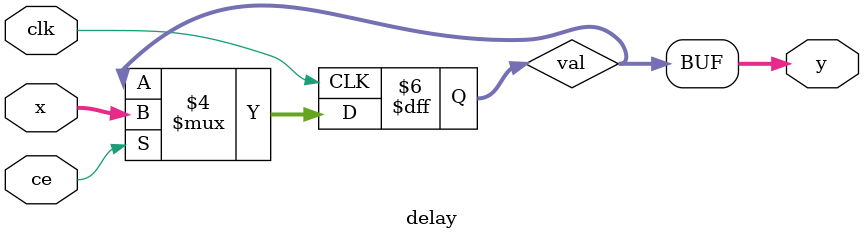
<source format=v>
`timescale 1ns / 1ps


module delay #
(
    parameter N=8
)
(
    input [N-1:0]x,
    input clk,
    input ce,
    output [N-1:0]y
);
reg [N-1: 0]val= {N{1'b0}};

always @(posedge clk)
begin
    if (ce==1'b1) val <= x;
end
assign y=val;

endmodule

</source>
